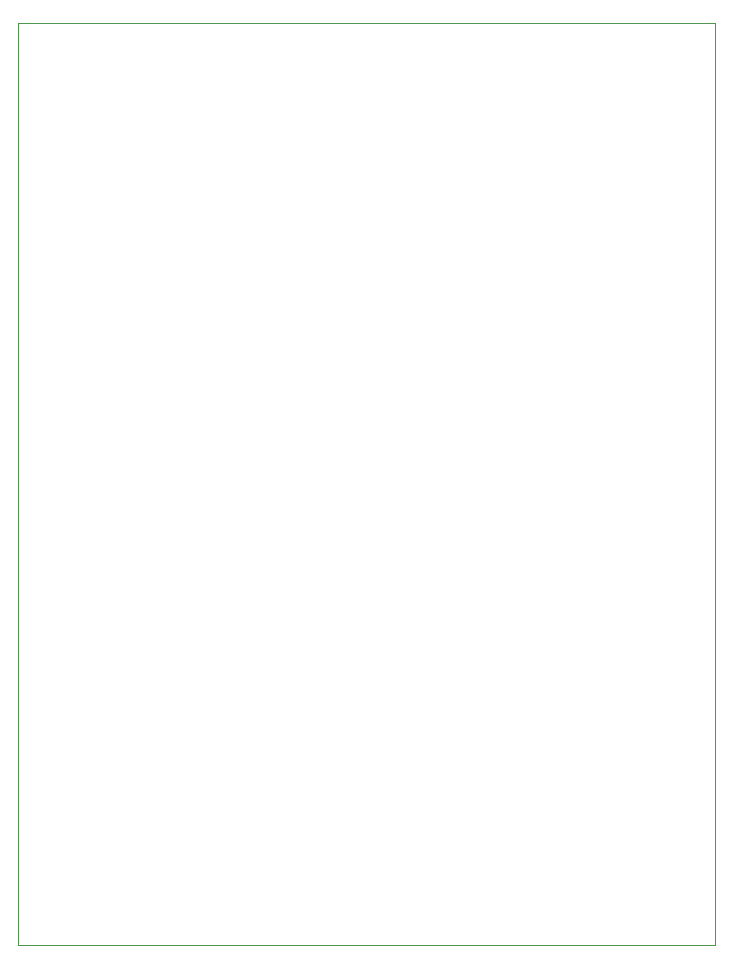
<source format=gbr>
G04 #@! TF.GenerationSoftware,KiCad,Pcbnew,(5.1.2-1)-1*
G04 #@! TF.CreationDate,2021-12-23T16:10:13-05:00*
G04 #@! TF.ProjectId,Diode VCF -  Hyperreal,44696f64-6520-4564-9346-202d20204879,rev?*
G04 #@! TF.SameCoordinates,Original*
G04 #@! TF.FileFunction,Profile,NP*
%FSLAX46Y46*%
G04 Gerber Fmt 4.6, Leading zero omitted, Abs format (unit mm)*
G04 Created by KiCad (PCBNEW (5.1.2-1)-1) date 2021-12-23 16:10:13*
%MOMM*%
%LPD*%
G04 APERTURE LIST*
%ADD10C,0.050000*%
G04 APERTURE END LIST*
D10*
X71000000Y-12000000D02*
X12000000Y-12000000D01*
X71000000Y-90000000D02*
X71000000Y-12000000D01*
X12000000Y-90000000D02*
X71000000Y-90000000D01*
X12000000Y-12000000D02*
X12000000Y-90000000D01*
M02*

</source>
